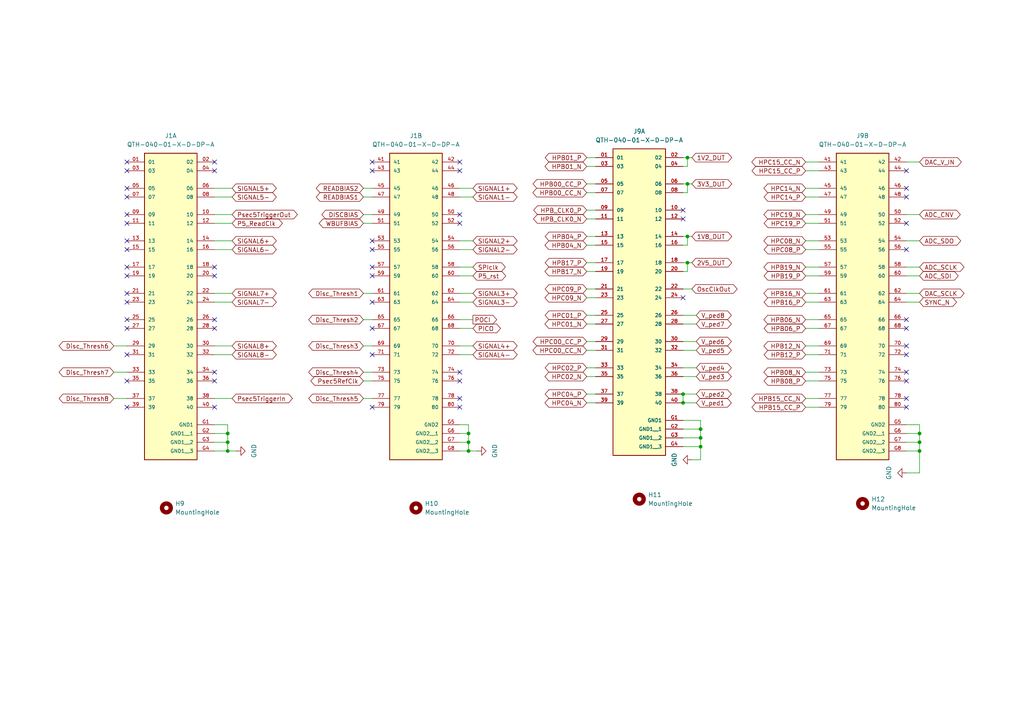
<source format=kicad_sch>
(kicad_sch (version 20250114) (generator "eeschema") (generator_version "9.0")
  (paper "A4")
  (lib_symbols
    (symbol "Mechanical:MountingHole" (pin_names (offset 1.016)) (exclude_from_sim yes) (in_bom no)
      (property "Reference" "H" (at 0 5.08 0))
      (property "Value" "MountingHole" (at 0 3.175 0))
      (symbol "MountingHole_0_1"
        (circle (center 0 0) (radius 1.27) (stroke (width 1.27)))
      )
    )
    (symbol "QTH-040-01-L-D-DP-A:QTH-040-01-X-D-DP-A" (pin_names (offset 1.016))
      (property "Reference" "J" (at -7.62 41.402 0))
      (property "Value" "QTH-040-01-X-D-DP-A" (at -7.62 -49.022 0))
      (symbol "QTH-040-01-X-D-DP-A_1_0"
        (rectangle (start -7.62 -48.26) (end 7.62 40.64) (stroke (width 0.254)) (fill (type background)))
        (pin passive line (at -12.7 38.1 0) (length 5.08) (name "01") (number "01"))
        (pin passive line (at -12.7 35.56 0) (length 5.08) (name "03") (number "03"))
        (pin passive line (at -12.7 30.48 0) (length 5.08) (name "05") (number "05"))
        (pin passive line (at -12.7 27.94 0) (length 5.08) (name "07") (number "07"))
        (pin passive line (at -12.7 22.86 0) (length 5.08) (name "09") (number "09"))
        (pin passive line (at -12.7 20.32 0) (length 5.08) (name "11") (number "11"))
        (pin passive line (at -12.7 15.24 0) (length 5.08) (name "13") (number "13"))
        (pin passive line (at -12.7 12.7 0) (length 5.08) (name "15") (number "15"))
        (pin passive line (at -12.7 7.62 0) (length 5.08) (name "17") (number "17"))
        (pin passive line (at -12.7 5.08 0) (length 5.08) (name "19") (number "19"))
        (pin passive line (at -12.7 0 0) (length 5.08) (name "21") (number "21"))
        (pin passive line (at -12.7 -2.54 0) (length 5.08) (name "23") (number "23"))
        (pin passive line (at -12.7 -7.62 0) (length 5.08) (name "25") (number "25"))
        (pin passive line (at -12.7 -10.16 0) (length 5.08) (name "27") (number "27"))
        (pin passive line (at -12.7 -15.24 0) (length 5.08) (name "29") (number "29"))
        (pin passive line (at -12.7 -17.78 0) (length 5.08) (name "31") (number "31"))
        (pin passive line (at -12.7 -22.86 0) (length 5.08) (name "33") (number "33"))
        (pin passive line (at -12.7 -25.4 0) (length 5.08) (name "35") (number "35"))
        (pin passive line (at -12.7 -30.48 0) (length 5.08) (name "37") (number "37"))
        (pin passive line (at -12.7 -33.02 0) (length 5.08) (name "39") (number "39"))
        (pin passive line (at 12.7 38.1 180) (length 5.08) (name "02") (number "02"))
        (pin passive line (at 12.7 35.56 180) (length 5.08) (name "04") (number "04"))
        (pin passive line (at 12.7 30.48 180) (length 5.08) (name "06") (number "06"))
        (pin passive line (at 12.7 27.94 180) (length 5.08) (name "08") (number "08"))
        (pin passive line (at 12.7 22.86 180) (length 5.08) (name "10") (number "10"))
        (pin passive line (at 12.7 20.32 180) (length 5.08) (name "12") (number "12"))
        (pin passive line (at 12.7 15.24 180) (length 5.08) (name "14") (number "14"))
        (pin passive line (at 12.7 12.7 180) (length 5.08) (name "16") (number "16"))
        (pin passive line (at 12.7 7.62 180) (length 5.08) (name "18") (number "18"))
        (pin passive line (at 12.7 5.08 180) (length 5.08) (name "20") (number "20"))
        (pin passive line (at 12.7 0 180) (length 5.08) (name "22") (number "22"))
        (pin passive line (at 12.7 -2.54 180) (length 5.08) (name "24") (number "24"))
        (pin passive line (at 12.7 -7.62 180) (length 5.08) (name "26") (number "26"))
        (pin passive line (at 12.7 -10.16 180) (length 5.08) (name "28") (number "28"))
        (pin passive line (at 12.7 -15.24 180) (length 5.08) (name "30") (number "30"))
        (pin passive line (at 12.7 -17.78 180) (length 5.08) (name "32") (number "32"))
        (pin passive line (at 12.7 -22.86 180) (length 5.08) (name "34") (number "34"))
        (pin passive line (at 12.7 -25.4 180) (length 5.08) (name "36") (number "36"))
        (pin passive line (at 12.7 -30.48 180) (length 5.08) (name "38") (number "38"))
        (pin passive line (at 12.7 -33.02 180) (length 5.08) (name "40") (number "40"))
        (pin power_in line (at 12.7 -38.1 180) (length 5.08) (name "GND1") (number "G1"))
        (pin power_in line (at 12.7 -40.64 180) (length 5.08) (name "GND1__1") (number "G2"))
        (pin power_in line (at 12.7 -43.18 180) (length 5.08) (name "GND1__2") (number "G3"))
        (pin power_in line (at 12.7 -45.72 180) (length 5.08) (name "GND1__3") (number "G4"))
      )
      (symbol "QTH-040-01-X-D-DP-A_2_0"
        (rectangle (start -7.62 -48.26) (end 7.62 40.64) (stroke (width 0.254)) (fill (type background)))
        (pin passive line (at -12.7 38.1 0) (length 5.08) (name "41") (number "41"))
        (pin passive line (at -12.7 35.56 0) (length 5.08) (name "43") (number "43"))
        (pin passive line (at -12.7 30.48 0) (length 5.08) (name "45") (number "45"))
        (pin passive line (at -12.7 27.94 0) (length 5.08) (name "47") (number "47"))
        (pin passive line (at -12.7 22.86 0) (length 5.08) (name "49") (number "49"))
        (pin passive line (at -12.7 20.32 0) (length 5.08) (name "51") (number "51"))
        (pin passive line (at -12.7 15.24 0) (length 5.08) (name "53") (number "53"))
        (pin passive line (at -12.7 12.7 0) (length 5.08) (name "55") (number "55"))
        (pin passive line (at -12.7 7.62 0) (length 5.08) (name "57") (number "57"))
        (pin passive line (at -12.7 5.08 0) (length 5.08) (name "59") (number "59"))
        (pin passive line (at -12.7 0 0) (length 5.08) (name "61") (number "61"))
        (pin passive line (at -12.7 -2.54 0) (length 5.08) (name "63") (number "63"))
        (pin passive line (at -12.7 -7.62 0) (length 5.08) (name "65") (number "65"))
        (pin passive line (at -12.7 -10.16 0) (length 5.08) (name "67") (number "67"))
        (pin passive line (at -12.7 -15.24 0) (length 5.08) (name "69") (number "69"))
        (pin passive line (at -12.7 -17.78 0) (length 5.08) (name "71") (number "71"))
        (pin passive line (at -12.7 -22.86 0) (length 5.08) (name "73") (number "73"))
        (pin passive line (at -12.7 -25.4 0) (length 5.08) (name "75") (number "75"))
        (pin passive line (at -12.7 -30.48 0) (length 5.08) (name "77") (number "77"))
        (pin passive line (at -12.7 -33.02 0) (length 5.08) (name "79") (number "79"))
        (pin passive line (at 12.7 38.1 180) (length 5.08) (name "42") (number "42"))
        (pin passive line (at 12.7 35.56 180) (length 5.08) (name "44") (number "44"))
        (pin passive line (at 12.7 30.48 180) (length 5.08) (name "46") (number "46"))
        (pin passive line (at 12.7 27.94 180) (length 5.08) (name "48") (number "48"))
        (pin passive line (at 12.7 22.86 180) (length 5.08) (name "50") (number "50"))
        (pin passive line (at 12.7 20.32 180) (length 5.08) (name "52") (number "52"))
        (pin passive line (at 12.7 15.24 180) (length 5.08) (name "54") (number "54"))
        (pin passive line (at 12.7 12.7 180) (length 5.08) (name "56") (number "56"))
        (pin passive line (at 12.7 7.62 180) (length 5.08) (name "58") (number "58"))
        (pin passive line (at 12.7 5.08 180) (length 5.08) (name "60") (number "60"))
        (pin passive line (at 12.7 0 180) (length 5.08) (name "62") (number "62"))
        (pin passive line (at 12.7 -2.54 180) (length 5.08) (name "64") (number "64"))
        (pin passive line (at 12.7 -7.62 180) (length 5.08) (name "66") (number "66"))
        (pin passive line (at 12.7 -10.16 180) (length 5.08) (name "68") (number "68"))
        (pin passive line (at 12.7 -15.24 180) (length 5.08) (name "70") (number "70"))
        (pin passive line (at 12.7 -17.78 180) (length 5.08) (name "72") (number "72"))
        (pin passive line (at 12.7 -22.86 180) (length 5.08) (name "74") (number "74"))
        (pin passive line (at 12.7 -25.4 180) (length 5.08) (name "76") (number "76"))
        (pin passive line (at 12.7 -30.48 180) (length 5.08) (name "78") (number "78"))
        (pin passive line (at 12.7 -33.02 180) (length 5.08) (name "80") (number "80"))
        (pin power_in line (at 12.7 -38.1 180) (length 5.08) (name "GND2") (number "G5"))
        (pin power_in line (at 12.7 -40.64 180) (length 5.08) (name "GND2__1") (number "G6"))
        (pin power_in line (at 12.7 -43.18 180) (length 5.08) (name "GND2__2") (number "G7"))
        (pin power_in line (at 12.7 -45.72 180) (length 5.08) (name "GND2__3") (number "G8"))
      )
    )
    (symbol "power:GND" (power) (pin_numbers (hide yes)) (pin_names (offset 0) (hide yes))
      (property "Value" "GND" (at 0 -3.81 0))
      (symbol "GND_0_1"
        (polyline (pts (xy 0 0) (xy 0 -1.27) (xy 1.27 -1.27) (xy 0 -2.54) (xy -1.27 -1.27) (xy 0 -1.27)))
      )
      (symbol "GND_1_1"
        (pin power_in line (at 0 0 270) (length 0) (name "~") (number "1"))
      )
    )
  )
  (junction (at 135.89 128.27))
  (junction (at 199.39 45.72))
  (junction (at 266.7 125.73))
  (junction (at 266.7 130.81))
  (junction (at 66.04 125.73))
  (junction (at 66.04 130.81))
  (junction (at 199.39 76.2))
  (junction (at 135.89 130.81))
  (junction (at 135.89 125.73))
  (junction (at 266.7 128.27))
  (junction (at 199.39 68.58))
  (junction (at 198.12 116.84))
  (junction (at 203.2 124.46))
  (junction (at 198.12 114.3))
  (junction (at 199.39 53.34))
  (junction (at 203.2 129.54))
  (junction (at 203.2 127))
  (junction (at 66.04 128.27))
  (no_connect (at 36.83 72.39))
  (no_connect (at 133.35 46.99))
  (no_connect (at 62.23 110.49))
  (no_connect (at 36.83 87.63))
  (no_connect (at 133.35 118.11))
  (no_connect (at 62.23 95.25))
  (no_connect (at 62.23 49.53))
  (no_connect (at 107.95 118.11))
  (no_connect (at 262.89 57.15))
  (no_connect (at 107.95 69.85))
  (no_connect (at 133.35 64.77))
  (no_connect (at 36.83 110.49))
  (no_connect (at 262.89 107.95))
  (no_connect (at 36.83 102.87))
  (no_connect (at 198.12 86.36))
  (no_connect (at 36.83 69.85))
  (no_connect (at 262.89 49.53))
  (no_connect (at 62.23 118.11))
  (no_connect (at 36.83 118.11))
  (no_connect (at 262.89 102.87))
  (no_connect (at 133.35 115.57))
  (no_connect (at 107.95 87.63))
  (no_connect (at 36.83 92.71))
  (no_connect (at 262.89 100.33))
  (no_connect (at 198.12 63.5))
  (no_connect (at 262.89 95.25))
  (no_connect (at 262.89 64.77))
  (no_connect (at 36.83 62.23))
  (no_connect (at 36.83 46.99))
  (no_connect (at 107.95 102.87))
  (no_connect (at 62.23 92.71))
  (no_connect (at 36.83 64.77))
  (no_connect (at 36.83 57.15))
  (no_connect (at 133.35 49.53))
  (no_connect (at 36.83 49.53))
  (no_connect (at 62.23 77.47))
  (no_connect (at 107.95 95.25))
  (no_connect (at 262.89 72.39))
  (no_connect (at 107.95 80.01))
  (no_connect (at 262.89 54.61))
  (no_connect (at 36.83 95.25))
  (no_connect (at 107.95 49.53))
  (no_connect (at 262.89 110.49))
  (no_connect (at 107.95 72.39))
  (no_connect (at 262.89 92.71))
  (no_connect (at 133.35 110.49))
  (no_connect (at 133.35 62.23))
  (no_connect (at 36.83 77.47))
  (no_connect (at 36.83 54.61))
  (no_connect (at 107.95 46.99))
  (no_connect (at 198.12 60.96))
  (no_connect (at 262.89 115.57))
  (no_connect (at 36.83 85.09))
  (no_connect (at 62.23 107.95))
  (no_connect (at 36.83 80.01))
  (no_connect (at 262.89 118.11))
  (no_connect (at 133.35 107.95))
  (no_connect (at 62.23 46.99))
  (no_connect (at 107.95 77.47))
  (no_connect (at 62.23 80.01))
  (wire (pts (xy 199.39 45.72) (xy 198.12 45.72)))
  (wire (pts (xy 266.7 125.73) (xy 262.89 125.73)))
  (wire (pts (xy 133.35 95.25) (xy 137.16 95.25)))
  (wire (pts (xy 172.72 99.06) (xy 170.18 99.06)))
  (wire (pts (xy 237.49 69.85) (xy 233.68 69.85)))
  (wire (pts (xy 203.2 127) (xy 203.2 129.54)))
  (wire (pts (xy 62.23 125.73) (xy 66.04 125.73)))
  (wire (pts (xy 237.49 118.11) (xy 233.68 118.11)))
  (wire (pts (xy 62.23 54.61) (xy 67.31 54.61)))
  (wire (pts (xy 62.23 128.27) (xy 66.04 128.27)))
  (wire (pts (xy 237.49 87.63) (xy 233.68 87.63)))
  (wire (pts (xy 172.72 86.36) (xy 170.18 86.36)))
  (wire (pts (xy 266.7 46.99) (xy 262.89 46.99)))
  (wire (pts (xy 105.41 115.57) (xy 107.95 115.57)))
  (wire (pts (xy 266.7 62.23) (xy 262.89 62.23)))
  (wire (pts (xy 105.41 57.15) (xy 107.95 57.15)))
  (wire (pts (xy 237.49 80.01) (xy 233.68 80.01)))
  (wire (pts (xy 133.35 102.87) (xy 137.16 102.87)))
  (wire (pts (xy 199.39 53.34) (xy 199.39 55.88)))
  (wire (pts (xy 172.72 68.58) (xy 170.18 68.58)))
  (wire (pts (xy 105.41 62.23) (xy 107.95 62.23)))
  (wire (pts (xy 135.89 130.81) (xy 138.43 130.81)))
  (wire (pts (xy 203.2 129.54) (xy 198.12 129.54)))
  (wire (pts (xy 135.89 130.81) (xy 133.35 130.81)))
  (wire (pts (xy 62.23 87.63) (xy 67.31 87.63)))
  (wire (pts (xy 198.12 121.92) (xy 203.2 121.92)))
  (wire (pts (xy 201.93 109.22) (xy 198.12 109.22)))
  (wire (pts (xy 133.35 72.39) (xy 137.16 72.39)))
  (wire (pts (xy 62.23 57.15) (xy 67.31 57.15)))
  (wire (pts (xy 33.02 107.95) (xy 36.83 107.95)))
  (wire (pts (xy 203.2 129.54) (xy 203.2 133.35)))
  (wire (pts (xy 266.7 87.63) (xy 262.89 87.63)))
  (wire (pts (xy 266.7 69.85) (xy 262.89 69.85)))
  (wire (pts (xy 172.72 83.82) (xy 170.18 83.82)))
  (wire (pts (xy 133.35 54.61) (xy 137.16 54.61)))
  (wire (pts (xy 172.72 109.22) (xy 170.18 109.22)))
  (wire (pts (xy 200.66 53.34) (xy 199.39 53.34)))
  (wire (pts (xy 199.39 68.58) (xy 199.39 71.12)))
  (wire (pts (xy 66.04 130.81) (xy 68.58 130.81)))
  (wire (pts (xy 105.41 54.61) (xy 107.95 54.61)))
  (wire (pts (xy 133.35 85.09) (xy 137.16 85.09)))
  (wire (pts (xy 62.23 62.23) (xy 67.31 62.23)))
  (wire (pts (xy 172.72 91.44) (xy 170.18 91.44)))
  (wire (pts (xy 62.23 100.33) (xy 67.31 100.33)))
  (wire (pts (xy 62.23 115.57) (xy 67.31 115.57)))
  (wire (pts (xy 105.41 92.71) (xy 107.95 92.71)))
  (wire (pts (xy 172.72 71.12) (xy 170.18 71.12)))
  (wire (pts (xy 200.66 76.2) (xy 199.39 76.2)))
  (wire (pts (xy 105.41 64.77) (xy 107.95 64.77)))
  (wire (pts (xy 198.12 114.3) (xy 198.12 116.84)))
  (wire (pts (xy 266.7 130.81) (xy 266.7 137.16)))
  (wire (pts (xy 237.49 100.33) (xy 233.68 100.33)))
  (wire (pts (xy 266.7 123.19) (xy 266.7 125.73)))
  (wire (pts (xy 135.89 128.27) (xy 135.89 130.81)))
  (wire (pts (xy 133.35 128.27) (xy 135.89 128.27)))
  (wire (pts (xy 62.23 130.81) (xy 66.04 130.81)))
  (wire (pts (xy 172.72 63.5) (xy 170.18 63.5)))
  (wire (pts (xy 237.49 64.77) (xy 233.68 64.77)))
  (wire (pts (xy 237.49 46.99) (xy 233.68 46.99)))
  (wire (pts (xy 199.39 45.72) (xy 199.39 48.26)))
  (wire (pts (xy 237.49 95.25) (xy 233.68 95.25)))
  (wire (pts (xy 262.89 123.19) (xy 266.7 123.19)))
  (wire (pts (xy 172.72 53.34) (xy 170.18 53.34)))
  (wire (pts (xy 62.23 69.85) (xy 67.31 69.85)))
  (wire (pts (xy 200.66 45.72) (xy 199.39 45.72)))
  (wire (pts (xy 133.35 92.71) (xy 137.16 92.71)))
  (wire (pts (xy 105.41 110.49) (xy 107.95 110.49)))
  (wire (pts (xy 203.2 127) (xy 198.12 127)))
  (wire (pts (xy 201.93 93.98) (xy 198.12 93.98)))
  (wire (pts (xy 172.72 60.96) (xy 170.18 60.96)))
  (wire (pts (xy 199.39 76.2) (xy 199.39 78.74)))
  (wire (pts (xy 199.39 53.34) (xy 198.12 53.34)))
  (wire (pts (xy 266.7 77.47) (xy 262.89 77.47)))
  (wire (pts (xy 201.93 116.84) (xy 198.12 116.84)))
  (wire (pts (xy 135.89 125.73) (xy 135.89 128.27)))
  (wire (pts (xy 237.49 107.95) (xy 233.68 107.95)))
  (wire (pts (xy 237.49 102.87) (xy 233.68 102.87)))
  (wire (pts (xy 203.2 133.35) (xy 200.66 133.35)))
  (wire (pts (xy 62.23 102.87) (xy 67.31 102.87)))
  (wire (pts (xy 237.49 92.71) (xy 233.68 92.71)))
  (wire (pts (xy 266.7 125.73) (xy 266.7 128.27)))
  (wire (pts (xy 33.02 100.33) (xy 36.83 100.33)))
  (wire (pts (xy 105.41 85.09) (xy 107.95 85.09)))
  (wire (pts (xy 172.72 93.98) (xy 170.18 93.98)))
  (wire (pts (xy 105.41 107.95) (xy 107.95 107.95)))
  (wire (pts (xy 172.72 106.68) (xy 170.18 106.68)))
  (wire (pts (xy 200.66 68.58) (xy 199.39 68.58)))
  (wire (pts (xy 62.23 123.19) (xy 66.04 123.19)))
  (wire (pts (xy 33.02 115.57) (xy 36.83 115.57)))
  (wire (pts (xy 133.35 77.47) (xy 137.16 77.47)))
  (wire (pts (xy 199.39 55.88) (xy 198.12 55.88)))
  (wire (pts (xy 172.72 55.88) (xy 170.18 55.88)))
  (wire (pts (xy 237.49 57.15) (xy 233.68 57.15)))
  (wire (pts (xy 203.2 121.92) (xy 203.2 124.46)))
  (wire (pts (xy 237.49 77.47) (xy 233.68 77.47)))
  (wire (pts (xy 133.35 125.73) (xy 135.89 125.73)))
  (wire (pts (xy 199.39 48.26) (xy 198.12 48.26)))
  (wire (pts (xy 133.35 69.85) (xy 137.16 69.85)))
  (wire (pts (xy 237.49 54.61) (xy 233.68 54.61)))
  (wire (pts (xy 200.66 83.82) (xy 198.12 83.82)))
  (wire (pts (xy 62.23 85.09) (xy 67.31 85.09)))
  (wire (pts (xy 201.93 101.6) (xy 198.12 101.6)))
  (wire (pts (xy 201.93 99.06) (xy 198.12 99.06)))
  (wire (pts (xy 172.72 78.74) (xy 170.18 78.74)))
  (wire (pts (xy 201.93 114.3) (xy 198.12 114.3)))
  (wire (pts (xy 105.41 100.33) (xy 107.95 100.33)))
  (wire (pts (xy 199.39 68.58) (xy 198.12 68.58)))
  (wire (pts (xy 237.49 62.23) (xy 233.68 62.23)))
  (wire (pts (xy 172.72 116.84) (xy 170.18 116.84)))
  (wire (pts (xy 133.35 57.15) (xy 137.16 57.15)))
  (wire (pts (xy 62.23 64.77) (xy 67.31 64.77)))
  (wire (pts (xy 266.7 128.27) (xy 266.7 130.81)))
  (wire (pts (xy 199.39 78.74) (xy 198.12 78.74)))
  (wire (pts (xy 172.72 101.6) (xy 170.18 101.6)))
  (wire (pts (xy 172.72 48.26) (xy 170.18 48.26)))
  (wire (pts (xy 133.35 80.01) (xy 137.16 80.01)))
  (wire (pts (xy 133.35 123.19) (xy 135.89 123.19)))
  (wire (pts (xy 66.04 123.19) (xy 66.04 125.73)))
  (wire (pts (xy 266.7 85.09) (xy 262.89 85.09)))
  (wire (pts (xy 172.72 45.72) (xy 170.18 45.72)))
  (wire (pts (xy 203.2 124.46) (xy 198.12 124.46)))
  (wire (pts (xy 266.7 137.16) (xy 262.89 137.16)))
  (wire (pts (xy 199.39 71.12) (xy 198.12 71.12)))
  (wire (pts (xy 62.23 72.39) (xy 67.31 72.39)))
  (wire (pts (xy 172.72 76.2) (xy 170.18 76.2)))
  (wire (pts (xy 266.7 80.01) (xy 262.89 80.01)))
  (wire (pts (xy 237.49 49.53) (xy 233.68 49.53)))
  (wire (pts (xy 237.49 110.49) (xy 233.68 110.49)))
  (wire (pts (xy 237.49 85.09) (xy 233.68 85.09)))
  (wire (pts (xy 199.39 76.2) (xy 198.12 76.2)))
  (wire (pts (xy 172.72 114.3) (xy 170.18 114.3)))
  (wire (pts (xy 133.35 100.33) (xy 137.16 100.33)))
  (wire (pts (xy 66.04 128.27) (xy 66.04 130.81)))
  (wire (pts (xy 66.04 125.73) (xy 66.04 128.27)))
  (wire (pts (xy 266.7 128.27) (xy 262.89 128.27)))
  (wire (pts (xy 201.93 106.68) (xy 198.12 106.68)))
  (wire (pts (xy 237.49 115.57) (xy 233.68 115.57)))
  (wire (pts (xy 237.49 72.39) (xy 233.68 72.39)))
  (wire (pts (xy 266.7 130.81) (xy 262.89 130.81)))
  (wire (pts (xy 201.93 91.44) (xy 198.12 91.44)))
  (wire (pts (xy 135.89 123.19) (xy 135.89 125.73)))
  (wire (pts (xy 133.35 87.63) (xy 137.16 87.63)))
  (wire (pts (xy 203.2 124.46) (xy 203.2 127)))
  (global_label "SIGNAL8-" (shape bidirectional) (at 67.31 102.87 0) (property "Intersheetrefs" "${INTERSHEET_REFS}" (effects (hide yes))))
  (global_label "P5_ReadClk" (shape bidirectional) (at 67.31 64.77 0) (property "Intersheetrefs" "${INTERSHEET_REFS}" (effects (hide yes))))
  (global_label "Disc_Thresh7" (shape bidirectional) (at 33.02 107.95 180) (property "Intersheetrefs" "${INTERSHEET_REFS}" (effects (hide yes))))
  (global_label "WBUFBIAS" (shape bidirectional) (at 105.41 64.77 180) (property "Intersheetrefs" "${INTERSHEET_REFS}" (effects (hide yes))))
  (global_label "HPB15_CC_N" (shape bidirectional) (at 233.68 115.57 180) (property "Intersheetrefs" "${INTERSHEET_REFS}" (effects (hide yes))))
  (global_label "SIGNAL4-" (shape bidirectional) (at 137.16 102.87 0) (property "Intersheetrefs" "${INTERSHEET_REFS}" (effects (hide yes))))
  (global_label "SIGNAL7+" (shape bidirectional) (at 67.31 85.09 0) (property "Intersheetrefs" "${INTERSHEET_REFS}" (effects (hide yes))))
  (global_label "HPC14_N" (shape bidirectional) (at 233.68 54.61 180) (property "Intersheetrefs" "${INTERSHEET_REFS}" (effects (hide yes))))
  (global_label "SIGNAL4+" (shape bidirectional) (at 137.16 100.33 0) (property "Intersheetrefs" "${INTERSHEET_REFS}" (effects (hide yes))))
  (global_label "SIGNAL3+" (shape bidirectional) (at 137.16 85.09 0) (property "Intersheetrefs" "${INTERSHEET_REFS}" (effects (hide yes))))
  (global_label "HPB04_P" (shape bidirectional) (at 170.18 68.58 180) (property "Intersheetrefs" "${INTERSHEET_REFS}" (effects (hide yes))))
  (global_label "HPB19_N" (shape bidirectional) (at 233.68 77.47 180) (property "Intersheetrefs" "${INTERSHEET_REFS}" (effects (hide yes))))
  (global_label "SIGNAL1+" (shape bidirectional) (at 137.16 54.61 0) (property "Intersheetrefs" "${INTERSHEET_REFS}" (effects (hide yes))))
  (global_label "SIGNAL6+" (shape bidirectional) (at 67.31 69.85 0) (property "Intersheetrefs" "${INTERSHEET_REFS}" (effects (hide yes))))
  (global_label "HPC00_CC_N" (shape bidirectional) (at 170.18 101.6 180) (property "Intersheetrefs" "${INTERSHEET_REFS}" (effects (hide yes))))
  (global_label "SIGNAL5+" (shape bidirectional) (at 67.31 54.61 0) (property "Intersheetrefs" "${INTERSHEET_REFS}" (effects (hide yes))))
  (global_label "SIGNAL1-" (shape bidirectional) (at 137.16 57.15 0) (property "Intersheetrefs" "${INTERSHEET_REFS}" (effects (hide yes))))
  (global_label "Disc_Thresh5" (shape bidirectional) (at 105.41 115.57 180) (property "Intersheetrefs" "${INTERSHEET_REFS}" (effects (hide yes))))
  (global_label "HPC00_CC_P" (shape bidirectional) (at 170.18 99.06 180) (property "Intersheetrefs" "${INTERSHEET_REFS}" (effects (hide yes))))
  (global_label "V_ped5" (shape bidirectional) (at 201.93 101.6 0) (property "Intersheetrefs" "${INTERSHEET_REFS}" (effects (hide yes))))
  (global_label "HPC15_CC_N" (shape bidirectional) (at 233.68 46.99 180) (property "Intersheetrefs" "${INTERSHEET_REFS}" (effects (hide yes))))
  (global_label "SIGNAL5-" (shape bidirectional) (at 67.31 57.15 0) (property "Intersheetrefs" "${INTERSHEET_REFS}" (effects (hide yes))))
  (global_label "SPIclk" (shape bidirectional) (at 137.16 77.47 0) (property "Intersheetrefs" "${INTERSHEET_REFS}" (effects (hide yes))))
  (global_label "HPC08_N" (shape bidirectional) (at 233.68 69.85 180) (property "Intersheetrefs" "${INTERSHEET_REFS}" (effects (hide yes))))
  (global_label "SIGNAL2-" (shape bidirectional) (at 137.16 72.39 0) (property "Intersheetrefs" "${INTERSHEET_REFS}" (effects (hide yes))))
  (global_label "HPC15_CC_P" (shape bidirectional) (at 233.68 49.53 180) (property "Intersheetrefs" "${INTERSHEET_REFS}" (effects (hide yes))))
  (global_label "HPB00_CC_N" (shape bidirectional) (at 170.18 55.88 180) (property "Intersheetrefs" "${INTERSHEET_REFS}" (effects (hide yes))))
  (global_label "POCI" (shape output) (at 137.16 92.71 0) (property "Intersheetrefs" "${INTERSHEET_REFS}" (effects (hide yes))))
  (global_label "HPB04_N" (shape bidirectional) (at 170.18 71.12 180) (property "Intersheetrefs" "${INTERSHEET_REFS}" (effects (hide yes))))
  (global_label "Disc_Thresh1" (shape bidirectional) (at 105.41 85.09 180) (property "Intersheetrefs" "${INTERSHEET_REFS}" (effects (hide yes))))
  (global_label "HPC02_P" (shape bidirectional) (at 170.18 106.68 180) (property "Intersheetrefs" "${INTERSHEET_REFS}" (effects (hide yes))))
  (global_label "READBIAS2" (shape bidirectional) (at 105.41 54.61 180) (property "Intersheetrefs" "${INTERSHEET_REFS}" (effects (hide yes))))
  (global_label "HPC14_P" (shape bidirectional) (at 233.68 57.15 180) (property "Intersheetrefs" "${INTERSHEET_REFS}" (effects (hide yes))))
  (global_label "SIGNAL8+" (shape bidirectional) (at 67.31 100.33 0) (property "Intersheetrefs" "${INTERSHEET_REFS}" (effects (hide yes))))
  (global_label "1V2_DUT" (shape bidirectional) (at 200.66 45.72 0) (property "Intersheetrefs" "${INTERSHEET_REFS}" (effects (hide yes))))
  (global_label "HPC01_N" (shape bidirectional) (at 170.18 93.98 180) (property "Intersheetrefs" "${INTERSHEET_REFS}" (effects (hide yes))))
  (global_label "Psec5RefClk" (shape bidirectional) (at 105.41 110.49 180) (property "Intersheetrefs" "${INTERSHEET_REFS}" (effects (hide yes))))
  (global_label "SIGNAL6-" (shape bidirectional) (at 67.31 72.39 0) (property "Intersheetrefs" "${INTERSHEET_REFS}" (effects (hide yes))))
  (global_label "OscClkOut" (shape bidirectional) (at 200.66 83.82 0) (property "Intersheetrefs" "${INTERSHEET_REFS}" (effects (hide yes))))
  (global_label "2V5_DUT" (shape bidirectional) (at 200.66 76.2 0) (property "Intersheetrefs" "${INTERSHEET_REFS}" (effects (hide yes))))
  (global_label "HPB17_P" (shape bidirectional) (at 170.18 76.2 180) (property "Intersheetrefs" "${INTERSHEET_REFS}" (effects (hide yes))))
  (global_label "HPB01_P" (shape bidirectional) (at 170.18 45.72 180) (property "Intersheetrefs" "${INTERSHEET_REFS}" (effects (hide yes))))
  (global_label "HPB01_N" (shape bidirectional) (at 170.18 48.26 180) (property "Intersheetrefs" "${INTERSHEET_REFS}" (effects (hide yes))))
  (global_label "HPC01_P" (shape bidirectional) (at 170.18 91.44 180) (property "Intersheetrefs" "${INTERSHEET_REFS}" (effects (hide yes))))
  (global_label "HPB_CLK0_P" (shape bidirectional) (at 170.18 60.96 180) (property "Intersheetrefs" "${INTERSHEET_REFS}" (effects (hide yes))))
  (global_label "HPC09_P" (shape bidirectional) (at 170.18 83.82 180) (property "Intersheetrefs" "${INTERSHEET_REFS}" (effects (hide yes))))
  (global_label "HPC04_N" (shape bidirectional) (at 170.18 116.84 180) (property "Intersheetrefs" "${INTERSHEET_REFS}" (effects (hide yes))))
  (global_label "HPB17_N" (shape bidirectional) (at 170.18 78.74 180) (property "Intersheetrefs" "${INTERSHEET_REFS}" (effects (hide yes))))
  (global_label "PICO" (shape bidirectional) (at 137.16 95.25 0) (property "Intersheetrefs" "${INTERSHEET_REFS}" (effects (hide yes))))
  (global_label "HPB15_CC_P" (shape bidirectional) (at 233.68 118.11 180) (property "Intersheetrefs" "${INTERSHEET_REFS}" (effects (hide yes))))
  (global_label "HPC09_N" (shape bidirectional) (at 170.18 86.36 180) (property "Intersheetrefs" "${INTERSHEET_REFS}" (effects (hide yes))))
  (global_label "HPC19_P" (shape bidirectional) (at 233.68 64.77 180) (property "Intersheetrefs" "${INTERSHEET_REFS}" (effects (hide yes))))
  (global_label "Disc_Thresh6" (shape bidirectional) (at 33.02 100.33 180) (property "Intersheetrefs" "${INTERSHEET_REFS}" (effects (hide yes))))
  (global_label "ADC_CNV" (shape bidirectional) (at 266.7 62.23 0) (property "Intersheetrefs" "${INTERSHEET_REFS}" (effects (hide yes))))
  (global_label "HPC08_P" (shape bidirectional) (at 233.68 72.39 180) (property "Intersheetrefs" "${INTERSHEET_REFS}" (effects (hide yes))))
  (global_label "READBIAS1" (shape bidirectional) (at 105.41 57.15 180) (property "Intersheetrefs" "${INTERSHEET_REFS}" (effects (hide yes))))
  (global_label "HPB16_N" (shape bidirectional) (at 233.68 85.09 180) (property "Intersheetrefs" "${INTERSHEET_REFS}" (effects (hide yes))))
  (global_label "HPB08_P" (shape bidirectional) (at 233.68 110.49 180) (property "Intersheetrefs" "${INTERSHEET_REFS}" (effects (hide yes))))
  (global_label "V_ped4" (shape bidirectional) (at 201.93 106.68 0) (property "Intersheetrefs" "${INTERSHEET_REFS}" (effects (hide yes))))
  (global_label "ADC_SDO" (shape bidirectional) (at 266.7 69.85 0) (property "Intersheetrefs" "${INTERSHEET_REFS}" (effects (hide yes))))
  (global_label "Disc_Thresh2" (shape bidirectional) (at 105.41 92.71 180) (property "Intersheetrefs" "${INTERSHEET_REFS}" (effects (hide yes))))
  (global_label "V_ped2" (shape bidirectional) (at 201.93 114.3 0) (property "Intersheetrefs" "${INTERSHEET_REFS}" (effects (hide yes))))
  (global_label "HPB12_N" (shape bidirectional) (at 233.68 100.33 180) (property "Intersheetrefs" "${INTERSHEET_REFS}" (effects (hide yes))))
  (global_label "DAC_SCLK" (shape bidirectional) (at 266.7 85.09 0) (property "Intersheetrefs" "${INTERSHEET_REFS}" (effects (hide yes))))
  (global_label "SIGNAL2+" (shape bidirectional) (at 137.16 69.85 0) (property "Intersheetrefs" "${INTERSHEET_REFS}" (effects (hide yes))))
  (global_label "HPB_CLK0_N" (shape bidirectional) (at 170.18 63.5 180) (property "Intersheetrefs" "${INTERSHEET_REFS}" (effects (hide yes))))
  (global_label "HPC02_N" (shape bidirectional) (at 170.18 109.22 180) (property "Intersheetrefs" "${INTERSHEET_REFS}" (effects (hide yes))))
  (global_label "SIGNAL3-" (shape bidirectional) (at 137.16 87.63 0) (property "Intersheetrefs" "${INTERSHEET_REFS}" (effects (hide yes))))
  (global_label "V_ped8" (shape bidirectional) (at 201.93 91.44 0) (property "Intersheetrefs" "${INTERSHEET_REFS}" (effects (hide yes))))
  (global_label "V_ped3" (shape bidirectional) (at 201.93 109.22 0) (property "Intersheetrefs" "${INTERSHEET_REFS}" (effects (hide yes))))
  (global_label "ADC_SCLK" (shape bidirectional) (at 266.7 77.47 0) (property "Intersheetrefs" "${INTERSHEET_REFS}" (effects (hide yes))))
  (global_label "3V3_DUT" (shape bidirectional) (at 200.66 53.34 0) (property "Intersheetrefs" "${INTERSHEET_REFS}" (effects (hide yes))))
  (global_label "HPB00_CC_P" (shape bidirectional) (at 170.18 53.34 180) (property "Intersheetrefs" "${INTERSHEET_REFS}" (effects (hide yes))))
  (global_label "V_ped6" (shape bidirectional) (at 201.93 99.06 0) (property "Intersheetrefs" "${INTERSHEET_REFS}" (effects (hide yes))))
  (global_label "HPB19_P" (shape bidirectional) (at 233.68 80.01 180) (property "Intersheetrefs" "${INTERSHEET_REFS}" (effects (hide yes))))
  (global_label "HPC19_N" (shape bidirectional) (at 233.68 62.23 180) (property "Intersheetrefs" "${INTERSHEET_REFS}" (effects (hide yes))))
  (global_label "P5_rst" (shape bidirectional) (at 137.16 80.01 0) (property "Intersheetrefs" "${INTERSHEET_REFS}" (effects (hide yes))))
  (global_label "HPB06_P" (shape bidirectional) (at 233.68 95.25 180) (property "Intersheetrefs" "${INTERSHEET_REFS}" (effects (hide yes))))
  (global_label "HPC04_P" (shape bidirectional) (at 170.18 114.3 180) (property "Intersheetrefs" "${INTERSHEET_REFS}" (effects (hide yes))))
  (global_label "Psec5TriggerIn" (shape bidirectional) (at 67.31 115.57 0) (property "Intersheetrefs" "${INTERSHEET_REFS}" (effects (hide yes))))
  (global_label "DAC_V_IN" (shape bidirectional) (at 266.7 46.99 0) (property "Intersheetrefs" "${INTERSHEET_REFS}" (effects (hide yes))))
  (global_label "HPB16_P" (shape bidirectional) (at 233.68 87.63 180) (property "Intersheetrefs" "${INTERSHEET_REFS}" (effects (hide yes))))
  (global_label "SIGNAL7-" (shape bidirectional) (at 67.31 87.63 0) (property "Intersheetrefs" "${INTERSHEET_REFS}" (effects (hide yes))))
  (global_label "HPB12_P" (shape bidirectional) (at 233.68 102.87 180) (property "Intersheetrefs" "${INTERSHEET_REFS}" (effects (hide yes))))
  (global_label "HPB06_N" (shape bidirectional) (at 233.68 92.71 180) (property "Intersheetrefs" "${INTERSHEET_REFS}" (effects (hide yes))))
  (global_label "DISCBIAS" (shape bidirectional) (at 105.41 62.23 180) (property "Intersheetrefs" "${INTERSHEET_REFS}" (effects (hide yes))))
  (global_label "SYNC_N" (shape bidirectional) (at 266.7 87.63 0) (property "Intersheetrefs" "${INTERSHEET_REFS}" (effects (hide yes))))
  (global_label "Disc_Thresh8" (shape bidirectional) (at 33.02 115.57 180) (property "Intersheetrefs" "${INTERSHEET_REFS}" (effects (hide yes))))
  (global_label "ADC_SDI" (shape bidirectional) (at 266.7 80.01 0) (property "Intersheetrefs" "${INTERSHEET_REFS}" (effects (hide yes))))
  (global_label "1V8_DUT" (shape bidirectional) (at 200.66 68.58 0) (property "Intersheetrefs" "${INTERSHEET_REFS}" (effects (hide yes))))
  (global_label "Disc_Thresh4" (shape bidirectional) (at 105.41 107.95 180) (property "Intersheetrefs" "${INTERSHEET_REFS}" (effects (hide yes))))
  (global_label "V_ped1" (shape bidirectional) (at 201.93 116.84 0) (property "Intersheetrefs" "${INTERSHEET_REFS}" (effects (hide yes))))
  (global_label "Psec5TriggerOut" (shape bidirectional) (at 67.31 62.23 0) (property "Intersheetrefs" "${INTERSHEET_REFS}" (effects (hide yes))))
  (global_label "V_ped7" (shape bidirectional) (at 201.93 93.98 0) (property "Intersheetrefs" "${INTERSHEET_REFS}" (effects (hide yes))))
  (global_label "Disc_Thresh3" (shape bidirectional) (at 105.41 100.33 180) (property "Intersheetrefs" "${INTERSHEET_REFS}" (effects (hide yes))))
  (global_label "HPB08_N" (shape bidirectional) (at 233.68 107.95 180) (property "Intersheetrefs" "${INTERSHEET_REFS}" (effects (hide yes))))
  (symbol (lib_id "power:GND") (at 200.66 133.35 270) (mirror x) (unit 1)
    (property "Reference" "#PWR03" (effects (hide yes)))
    (property "Value" "GND" (at 195.58 133.35 0))
    (property "Description" "Power symbol creates a global label with name \"GND\" , ground" (effects (hide yes)))
  )
  (symbol (lib_id "QTH-040-01-L-D-DP-A:QTH-040-01-X-D-DP-A") (at 185.42 83.82 0) (unit 1)
    (property "Reference" "J9" (at 185.42 38.1 0))
    (property "Value" "QTH-040-01-X-D-DP-A" (at 185.42 40.64 0))
    (property "Footprint" "QTH-040-01-X-D-DP-A:SAMTEC_QTH-040-01-X-D-DP-A" (effects (hide yes)))
    (property "PARTREV" "L" (effects (hide yes)))
    (property "STANDARD" "Manufacturer Recommendations" (effects (hide yes)))
    (property "MAXIMUM_PACKAGE_HEIGHT" "4.347mm" (effects (hide yes)))
    (property "MANUFACTURER" "Samtec" (effects (hide yes)))
  )
  (symbol (lib_id "QTH-040-01-L-D-DP-A:QTH-040-01-X-D-DP-A") (at 120.65 85.09 0) (unit 2)
    (property "Reference" "J1" (at 120.65 39.37 0))
    (property "Value" "QTH-040-01-X-D-DP-A" (at 120.65 41.91 0))
    (property "Footprint" "QTH-040-01-X-D-DP-A:SAMTEC_QTH-040-01-X-D-DP-A" (effects (hide yes)))
    (property "PARTREV" "L" (effects (hide yes)))
    (property "STANDARD" "Manufacturer Recommendations" (effects (hide yes)))
    (property "MAXIMUM_PACKAGE_HEIGHT" "4.347mm" (effects (hide yes)))
    (property "MANUFACTURER" "Samtec" (effects (hide yes)))
  )
  (symbol (lib_id "power:GND") (at 262.89 137.16 270) (mirror x) (unit 1)
    (property "Reference" "#PWR02" (effects (hide yes)))
    (property "Value" "GND" (at 257.81 137.16 0))
    (property "Description" "Power symbol creates a global label with name \"GND\" , ground" (effects (hide yes)))
  )
  (symbol (lib_id "power:GND") (at 68.58 130.81 90) (mirror x) (unit 1)
    (property "Reference" "#PWR017" (effects (hide yes)))
    (property "Value" "GND" (at 73.66 130.81 0))
    (property "Description" "Power symbol creates a global label with name \"GND\" , ground" (effects (hide yes)))
  )
  (symbol (lib_id "Mechanical:MountingHole") (at 250.19 146.05 0) (unit 1) (exclude_from_sim yes) (in_bom no)
    (property "Reference" "H12" (at 252.73 144.7799 0) (effects (justify left)))
    (property "Value" "MountingHole" (at 252.73 147.3199 0) (effects (justify left)))
    (property "Footprint" "MountingHole:MountingHole_2.7mm" (effects (hide yes)))
    (property "Description" "Mounting Hole without connection" (effects (hide yes)))
  )
  (symbol (lib_id "Mechanical:MountingHole") (at 185.42 144.78 0) (unit 1) (exclude_from_sim yes) (in_bom no)
    (property "Reference" "H11" (at 187.96 143.5099 0) (effects (justify left)))
    (property "Value" "MountingHole" (at 187.96 146.0499 0) (effects (justify left)))
    (property "Footprint" "MountingHole:MountingHole_2.7mm" (effects (hide yes)))
    (property "Description" "Mounting Hole without connection" (effects (hide yes)))
  )
  (symbol (lib_id "power:GND") (at 138.43 130.81 90) (mirror x) (unit 1)
    (property "Reference" "#PWR09" (effects (hide yes)))
    (property "Value" "GND" (at 143.51 130.81 0))
    (property "Description" "Power symbol creates a global label with name \"GND\" , ground" (effects (hide yes)))
  )
  (symbol (lib_id "QTH-040-01-L-D-DP-A:QTH-040-01-X-D-DP-A") (at 49.53 85.09 0) (unit 1)
    (property "Reference" "J1" (at 49.53 39.37 0))
    (property "Value" "QTH-040-01-X-D-DP-A" (at 49.53 41.91 0))
    (property "Footprint" "QTH-040-01-X-D-DP-A:SAMTEC_QTH-040-01-X-D-DP-A" (effects (hide yes)))
    (property "PARTREV" "L" (effects (hide yes)))
    (property "STANDARD" "Manufacturer Recommendations" (effects (hide yes)))
    (property "MAXIMUM_PACKAGE_HEIGHT" "4.347mm" (effects (hide yes)))
    (property "MANUFACTURER" "Samtec" (effects (hide yes)))
  )
  (symbol (lib_id "Mechanical:MountingHole") (at 120.65 147.32 0) (unit 1) (exclude_from_sim yes) (in_bom no)
    (property "Reference" "H10" (at 123.19 146.0499 0) (effects (justify left)))
    (property "Value" "MountingHole" (at 123.19 148.5899 0) (effects (justify left)))
    (property "Footprint" "MountingHole:MountingHole_2.7mm" (effects (hide yes)))
    (property "Description" "Mounting Hole without connection" (effects (hide yes)))
  )
  (symbol (lib_id "Mechanical:MountingHole") (at 48.26 147.32 0) (unit 1) (exclude_from_sim yes) (in_bom no)
    (property "Reference" "H9" (at 50.8 146.0499 0) (effects (justify left)))
    (property "Value" "MountingHole" (at 50.8 148.5899 0) (effects (justify left)))
    (property "Footprint" "MountingHole:MountingHole_2.7mm" (effects (hide yes)))
    (property "Description" "Mounting Hole without connection" (effects (hide yes)))
  )
  (symbol (lib_id "QTH-040-01-L-D-DP-A:QTH-040-01-X-D-DP-A") (at 250.19 85.09 0) (unit 2)
    (property "Reference" "J9" (at 250.19 39.37 0))
    (property "Value" "QTH-040-01-X-D-DP-A" (at 250.19 41.91 0))
    (property "Footprint" "QTH-040-01-X-D-DP-A:SAMTEC_QTH-040-01-X-D-DP-A" (effects (hide yes)))
    (property "PARTREV" "L" (effects (hide yes)))
    (property "STANDARD" "Manufacturer Recommendations" (effects (hide yes)))
    (property "MAXIMUM_PACKAGE_HEIGHT" "4.347mm" (effects (hide yes)))
    (property "MANUFACTURER" "Samtec" (effects (hide yes)))
  )
)
</source>
